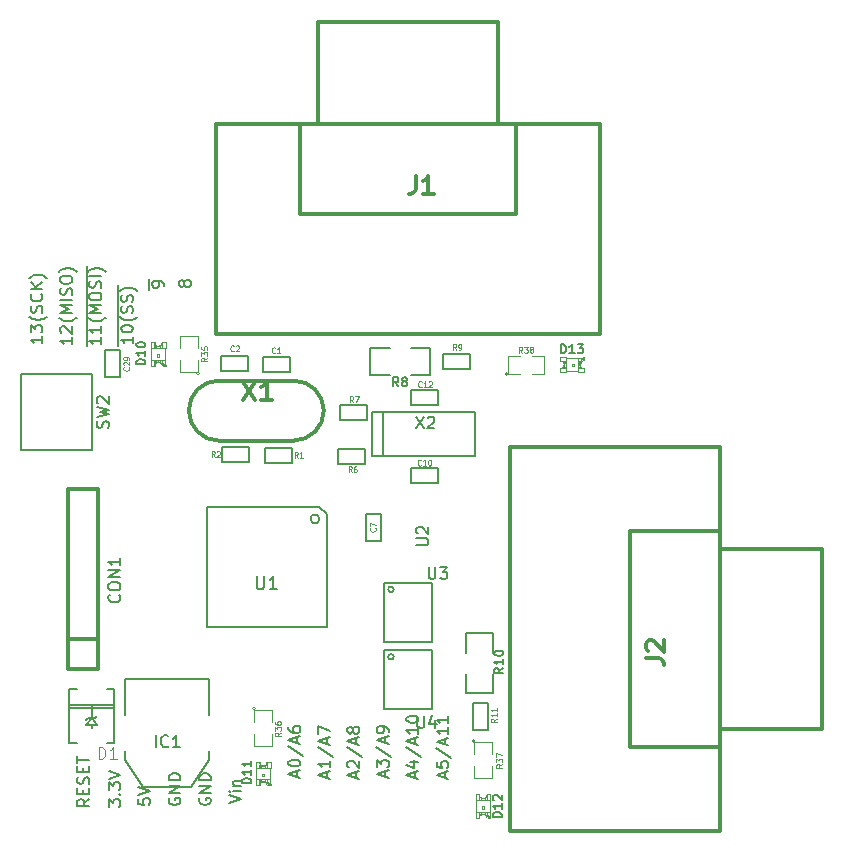
<source format=gto>
G04 (created by PCBNEW (2013-07-07 BZR 4022)-stable) date 23/05/2015 20:04:57*
%MOIN*%
G04 Gerber Fmt 3.4, Leading zero omitted, Abs format*
%FSLAX34Y34*%
G01*
G70*
G90*
G04 APERTURE LIST*
%ADD10C,0.00590551*%
%ADD11C,0.008*%
%ADD12C,0.005*%
%ADD13C,0.0039*%
%ADD14C,0.012*%
%ADD15C,0.0026*%
%ADD16C,0.004*%
%ADD17C,0.002*%
%ADD18C,0.0125*%
%ADD19C,0.0043*%
%ADD20C,0.0045*%
%ADD21C,0.0047*%
G04 APERTURE END LIST*
G54D10*
G54D11*
X55665Y-46570D02*
X55665Y-45370D01*
X55665Y-45370D02*
X52865Y-45370D01*
X52865Y-45370D02*
X52865Y-46570D01*
X55665Y-47770D02*
X55665Y-48070D01*
X55665Y-48070D02*
X55065Y-48970D01*
X55065Y-48970D02*
X53465Y-48970D01*
X53465Y-48970D02*
X52865Y-48070D01*
X52865Y-48070D02*
X52865Y-47770D01*
G54D10*
X61813Y-42370D02*
G75*
G03X61813Y-42370I-93J0D01*
G74*
G01*
X63077Y-42150D02*
X63077Y-44119D01*
X63077Y-44119D02*
X61502Y-44119D01*
X61502Y-44119D02*
X61502Y-42150D01*
X61502Y-42150D02*
X63077Y-42150D01*
X61813Y-44620D02*
G75*
G03X61813Y-44620I-93J0D01*
G74*
G01*
X63077Y-44400D02*
X63077Y-46369D01*
X63077Y-46369D02*
X61502Y-46369D01*
X61502Y-46369D02*
X61502Y-44400D01*
X61502Y-44400D02*
X63077Y-44400D01*
G54D12*
X61030Y-34335D02*
X61030Y-35235D01*
X61030Y-35235D02*
X61680Y-35235D01*
X62380Y-34335D02*
X63030Y-34335D01*
X63030Y-34335D02*
X63030Y-35235D01*
X63030Y-35235D02*
X62380Y-35235D01*
X61680Y-34335D02*
X61030Y-34335D01*
X65110Y-43830D02*
X64210Y-43830D01*
X64210Y-43830D02*
X64210Y-44480D01*
X65110Y-45180D02*
X65110Y-45830D01*
X65110Y-45830D02*
X64210Y-45830D01*
X64210Y-45830D02*
X64210Y-45180D01*
X65110Y-44480D02*
X65110Y-43830D01*
G54D13*
X65610Y-35195D02*
G75*
G03X65610Y-35195I-50J0D01*
G74*
G01*
X66010Y-35195D02*
X65610Y-35195D01*
X65610Y-35195D02*
X65610Y-34595D01*
X65610Y-34595D02*
X66010Y-34595D01*
X66410Y-34595D02*
X66810Y-34595D01*
X66810Y-34595D02*
X66810Y-35195D01*
X66810Y-35195D02*
X66410Y-35195D01*
X64530Y-47420D02*
G75*
G03X64530Y-47420I-50J0D01*
G74*
G01*
X64480Y-47870D02*
X64480Y-47470D01*
X64480Y-47470D02*
X65080Y-47470D01*
X65080Y-47470D02*
X65080Y-47870D01*
X65080Y-48270D02*
X65080Y-48670D01*
X65080Y-48670D02*
X64480Y-48670D01*
X64480Y-48670D02*
X64480Y-48270D01*
X57210Y-46340D02*
G75*
G03X57210Y-46340I-50J0D01*
G74*
G01*
X57160Y-46790D02*
X57160Y-46390D01*
X57160Y-46390D02*
X57760Y-46390D01*
X57760Y-46390D02*
X57760Y-46790D01*
X57760Y-47190D02*
X57760Y-47590D01*
X57760Y-47590D02*
X57160Y-47590D01*
X57160Y-47590D02*
X57160Y-47190D01*
X55350Y-35175D02*
G75*
G03X55350Y-35175I-50J0D01*
G74*
G01*
X55300Y-34725D02*
X55300Y-35125D01*
X55300Y-35125D02*
X54700Y-35125D01*
X54700Y-35125D02*
X54700Y-34725D01*
X54700Y-34325D02*
X54700Y-33925D01*
X54700Y-33925D02*
X55300Y-33925D01*
X55300Y-33925D02*
X55300Y-34325D01*
G54D12*
X60910Y-36725D02*
X60010Y-36725D01*
X60010Y-36725D02*
X60010Y-36225D01*
X60010Y-36225D02*
X60910Y-36225D01*
X60910Y-36225D02*
X60910Y-36725D01*
X64940Y-46150D02*
X64940Y-47050D01*
X64940Y-47050D02*
X64440Y-47050D01*
X64440Y-47050D02*
X64440Y-46150D01*
X64440Y-46150D02*
X64940Y-46150D01*
X63450Y-34535D02*
X64350Y-34535D01*
X64350Y-34535D02*
X64350Y-35035D01*
X64350Y-35035D02*
X63450Y-35035D01*
X63450Y-35035D02*
X63450Y-34535D01*
X52175Y-35300D02*
X52175Y-34400D01*
X52175Y-34400D02*
X52675Y-34400D01*
X52675Y-34400D02*
X52675Y-35300D01*
X52675Y-35300D02*
X52175Y-35300D01*
X57450Y-34625D02*
X58350Y-34625D01*
X58350Y-34625D02*
X58350Y-35125D01*
X58350Y-35125D02*
X57450Y-35125D01*
X57450Y-35125D02*
X57450Y-34625D01*
X56970Y-35100D02*
X56070Y-35100D01*
X56070Y-35100D02*
X56070Y-34600D01*
X56070Y-34600D02*
X56970Y-34600D01*
X56970Y-34600D02*
X56970Y-35100D01*
X58420Y-38160D02*
X57520Y-38160D01*
X57520Y-38160D02*
X57520Y-37660D01*
X57520Y-37660D02*
X58420Y-37660D01*
X58420Y-37660D02*
X58420Y-38160D01*
X56080Y-37640D02*
X56980Y-37640D01*
X56980Y-37640D02*
X56980Y-38140D01*
X56980Y-38140D02*
X56080Y-38140D01*
X56080Y-38140D02*
X56080Y-37640D01*
X60885Y-40750D02*
X60885Y-39850D01*
X60885Y-39850D02*
X61385Y-39850D01*
X61385Y-39850D02*
X61385Y-40750D01*
X61385Y-40750D02*
X60885Y-40750D01*
X63300Y-38840D02*
X62400Y-38840D01*
X62400Y-38840D02*
X62400Y-38340D01*
X62400Y-38340D02*
X63300Y-38340D01*
X63300Y-38340D02*
X63300Y-38840D01*
X63295Y-36220D02*
X62395Y-36220D01*
X62395Y-36220D02*
X62395Y-35720D01*
X62395Y-35720D02*
X63295Y-35720D01*
X63295Y-35720D02*
X63295Y-36220D01*
X60865Y-38180D02*
X59965Y-38180D01*
X59965Y-38180D02*
X59965Y-37680D01*
X59965Y-37680D02*
X60865Y-37680D01*
X60865Y-37680D02*
X60865Y-38180D01*
G54D10*
X61441Y-36466D02*
X61441Y-37923D01*
X61087Y-36466D02*
X64512Y-36466D01*
X64512Y-36466D02*
X64512Y-37923D01*
X64512Y-37923D02*
X61087Y-37923D01*
X61087Y-37923D02*
X61087Y-36466D01*
G54D14*
X51960Y-45010D02*
X50960Y-45010D01*
X50960Y-45010D02*
X50960Y-39010D01*
X50960Y-39010D02*
X51960Y-39010D01*
X51960Y-39010D02*
X51960Y-45010D01*
X51960Y-44010D02*
X50960Y-44010D01*
G54D11*
X59338Y-40022D02*
G75*
G03X59338Y-40022I-150J0D01*
G74*
G01*
X55588Y-43622D02*
X59588Y-43622D01*
X59588Y-43622D02*
X59588Y-39872D01*
X59588Y-39872D02*
X59338Y-39622D01*
X59338Y-39622D02*
X55588Y-39622D01*
X55588Y-39622D02*
X55588Y-43622D01*
G54D15*
X67946Y-34998D02*
X67946Y-35126D01*
X67946Y-35126D02*
X68143Y-35126D01*
X68143Y-34998D02*
X68143Y-35126D01*
X67946Y-34998D02*
X68143Y-34998D01*
X67946Y-34753D02*
X67946Y-34812D01*
X67946Y-34812D02*
X68045Y-34812D01*
X68045Y-34753D02*
X68045Y-34812D01*
X67946Y-34753D02*
X68045Y-34753D01*
X67946Y-34948D02*
X67946Y-35007D01*
X67946Y-35007D02*
X68045Y-35007D01*
X68045Y-34948D02*
X68045Y-35007D01*
X67946Y-34948D02*
X68045Y-34948D01*
X67946Y-34802D02*
X67946Y-34958D01*
X67946Y-34958D02*
X68015Y-34958D01*
X68015Y-34802D02*
X68015Y-34958D01*
X67946Y-34802D02*
X68015Y-34802D01*
X67357Y-34998D02*
X67357Y-35126D01*
X67357Y-35126D02*
X67554Y-35126D01*
X67554Y-34998D02*
X67554Y-35126D01*
X67357Y-34998D02*
X67554Y-34998D01*
X67357Y-34634D02*
X67357Y-34762D01*
X67357Y-34762D02*
X67554Y-34762D01*
X67554Y-34634D02*
X67554Y-34762D01*
X67357Y-34634D02*
X67554Y-34634D01*
X67455Y-34948D02*
X67455Y-35007D01*
X67455Y-35007D02*
X67554Y-35007D01*
X67554Y-34948D02*
X67554Y-35007D01*
X67455Y-34948D02*
X67554Y-34948D01*
X67455Y-34753D02*
X67455Y-34812D01*
X67455Y-34812D02*
X67554Y-34812D01*
X67554Y-34753D02*
X67554Y-34812D01*
X67455Y-34753D02*
X67554Y-34753D01*
X67485Y-34802D02*
X67485Y-34958D01*
X67485Y-34958D02*
X67554Y-34958D01*
X67554Y-34802D02*
X67554Y-34958D01*
X67485Y-34802D02*
X67554Y-34802D01*
X67750Y-34841D02*
X67750Y-34919D01*
X67750Y-34919D02*
X67828Y-34919D01*
X67828Y-34841D02*
X67828Y-34919D01*
X67750Y-34841D02*
X67828Y-34841D01*
X67946Y-34644D02*
X67946Y-34762D01*
X67946Y-34762D02*
X68064Y-34762D01*
X68064Y-34644D02*
X68064Y-34762D01*
X67946Y-34644D02*
X68064Y-34644D01*
X68114Y-34634D02*
X68114Y-34723D01*
X68114Y-34723D02*
X68143Y-34723D01*
X68143Y-34634D02*
X68143Y-34723D01*
X68114Y-34634D02*
X68143Y-34634D01*
G54D16*
X67956Y-35106D02*
X67544Y-35106D01*
X67554Y-34654D02*
X68114Y-34654D01*
G54D17*
X68112Y-34703D02*
G75*
G03X68112Y-34703I-28J0D01*
G74*
G01*
G54D16*
X68143Y-34743D02*
G75*
G03X68143Y-35017I0J-137D01*
G74*
G01*
X67357Y-35017D02*
G75*
G03X67357Y-34743I0J137D01*
G74*
G01*
G54D15*
X64672Y-49796D02*
X64544Y-49796D01*
X64544Y-49796D02*
X64544Y-49993D01*
X64672Y-49993D02*
X64544Y-49993D01*
X64672Y-49796D02*
X64672Y-49993D01*
X64917Y-49796D02*
X64858Y-49796D01*
X64858Y-49796D02*
X64858Y-49895D01*
X64917Y-49895D02*
X64858Y-49895D01*
X64917Y-49796D02*
X64917Y-49895D01*
X64722Y-49796D02*
X64663Y-49796D01*
X64663Y-49796D02*
X64663Y-49895D01*
X64722Y-49895D02*
X64663Y-49895D01*
X64722Y-49796D02*
X64722Y-49895D01*
X64868Y-49796D02*
X64712Y-49796D01*
X64712Y-49796D02*
X64712Y-49865D01*
X64868Y-49865D02*
X64712Y-49865D01*
X64868Y-49796D02*
X64868Y-49865D01*
X64672Y-49207D02*
X64544Y-49207D01*
X64544Y-49207D02*
X64544Y-49404D01*
X64672Y-49404D02*
X64544Y-49404D01*
X64672Y-49207D02*
X64672Y-49404D01*
X65036Y-49207D02*
X64908Y-49207D01*
X64908Y-49207D02*
X64908Y-49404D01*
X65036Y-49404D02*
X64908Y-49404D01*
X65036Y-49207D02*
X65036Y-49404D01*
X64722Y-49305D02*
X64663Y-49305D01*
X64663Y-49305D02*
X64663Y-49404D01*
X64722Y-49404D02*
X64663Y-49404D01*
X64722Y-49305D02*
X64722Y-49404D01*
X64917Y-49305D02*
X64858Y-49305D01*
X64858Y-49305D02*
X64858Y-49404D01*
X64917Y-49404D02*
X64858Y-49404D01*
X64917Y-49305D02*
X64917Y-49404D01*
X64868Y-49335D02*
X64712Y-49335D01*
X64712Y-49335D02*
X64712Y-49404D01*
X64868Y-49404D02*
X64712Y-49404D01*
X64868Y-49335D02*
X64868Y-49404D01*
X64829Y-49600D02*
X64751Y-49600D01*
X64751Y-49600D02*
X64751Y-49678D01*
X64829Y-49678D02*
X64751Y-49678D01*
X64829Y-49600D02*
X64829Y-49678D01*
X65026Y-49796D02*
X64908Y-49796D01*
X64908Y-49796D02*
X64908Y-49914D01*
X65026Y-49914D02*
X64908Y-49914D01*
X65026Y-49796D02*
X65026Y-49914D01*
X65036Y-49964D02*
X64947Y-49964D01*
X64947Y-49964D02*
X64947Y-49993D01*
X65036Y-49993D02*
X64947Y-49993D01*
X65036Y-49964D02*
X65036Y-49993D01*
G54D16*
X64564Y-49806D02*
X64564Y-49394D01*
X65016Y-49404D02*
X65016Y-49964D01*
G54D17*
X64995Y-49934D02*
G75*
G03X64995Y-49934I-28J0D01*
G74*
G01*
G54D16*
X64927Y-49993D02*
G75*
G03X64653Y-49993I-137J0D01*
G74*
G01*
X64653Y-49207D02*
G75*
G03X64927Y-49207I137J0D01*
G74*
G01*
G54D15*
X57342Y-48706D02*
X57214Y-48706D01*
X57214Y-48706D02*
X57214Y-48903D01*
X57342Y-48903D02*
X57214Y-48903D01*
X57342Y-48706D02*
X57342Y-48903D01*
X57587Y-48706D02*
X57528Y-48706D01*
X57528Y-48706D02*
X57528Y-48805D01*
X57587Y-48805D02*
X57528Y-48805D01*
X57587Y-48706D02*
X57587Y-48805D01*
X57392Y-48706D02*
X57333Y-48706D01*
X57333Y-48706D02*
X57333Y-48805D01*
X57392Y-48805D02*
X57333Y-48805D01*
X57392Y-48706D02*
X57392Y-48805D01*
X57538Y-48706D02*
X57382Y-48706D01*
X57382Y-48706D02*
X57382Y-48775D01*
X57538Y-48775D02*
X57382Y-48775D01*
X57538Y-48706D02*
X57538Y-48775D01*
X57342Y-48117D02*
X57214Y-48117D01*
X57214Y-48117D02*
X57214Y-48314D01*
X57342Y-48314D02*
X57214Y-48314D01*
X57342Y-48117D02*
X57342Y-48314D01*
X57706Y-48117D02*
X57578Y-48117D01*
X57578Y-48117D02*
X57578Y-48314D01*
X57706Y-48314D02*
X57578Y-48314D01*
X57706Y-48117D02*
X57706Y-48314D01*
X57392Y-48215D02*
X57333Y-48215D01*
X57333Y-48215D02*
X57333Y-48314D01*
X57392Y-48314D02*
X57333Y-48314D01*
X57392Y-48215D02*
X57392Y-48314D01*
X57587Y-48215D02*
X57528Y-48215D01*
X57528Y-48215D02*
X57528Y-48314D01*
X57587Y-48314D02*
X57528Y-48314D01*
X57587Y-48215D02*
X57587Y-48314D01*
X57538Y-48245D02*
X57382Y-48245D01*
X57382Y-48245D02*
X57382Y-48314D01*
X57538Y-48314D02*
X57382Y-48314D01*
X57538Y-48245D02*
X57538Y-48314D01*
X57499Y-48510D02*
X57421Y-48510D01*
X57421Y-48510D02*
X57421Y-48588D01*
X57499Y-48588D02*
X57421Y-48588D01*
X57499Y-48510D02*
X57499Y-48588D01*
X57696Y-48706D02*
X57578Y-48706D01*
X57578Y-48706D02*
X57578Y-48824D01*
X57696Y-48824D02*
X57578Y-48824D01*
X57696Y-48706D02*
X57696Y-48824D01*
X57706Y-48874D02*
X57617Y-48874D01*
X57617Y-48874D02*
X57617Y-48903D01*
X57706Y-48903D02*
X57617Y-48903D01*
X57706Y-48874D02*
X57706Y-48903D01*
G54D16*
X57234Y-48716D02*
X57234Y-48304D01*
X57686Y-48314D02*
X57686Y-48874D01*
G54D17*
X57665Y-48844D02*
G75*
G03X57665Y-48844I-28J0D01*
G74*
G01*
G54D16*
X57597Y-48903D02*
G75*
G03X57323Y-48903I-137J0D01*
G74*
G01*
X57323Y-48117D02*
G75*
G03X57597Y-48117I137J0D01*
G74*
G01*
G54D15*
X53842Y-34726D02*
X53714Y-34726D01*
X53714Y-34726D02*
X53714Y-34923D01*
X53842Y-34923D02*
X53714Y-34923D01*
X53842Y-34726D02*
X53842Y-34923D01*
X54087Y-34726D02*
X54028Y-34726D01*
X54028Y-34726D02*
X54028Y-34825D01*
X54087Y-34825D02*
X54028Y-34825D01*
X54087Y-34726D02*
X54087Y-34825D01*
X53892Y-34726D02*
X53833Y-34726D01*
X53833Y-34726D02*
X53833Y-34825D01*
X53892Y-34825D02*
X53833Y-34825D01*
X53892Y-34726D02*
X53892Y-34825D01*
X54038Y-34726D02*
X53882Y-34726D01*
X53882Y-34726D02*
X53882Y-34795D01*
X54038Y-34795D02*
X53882Y-34795D01*
X54038Y-34726D02*
X54038Y-34795D01*
X53842Y-34137D02*
X53714Y-34137D01*
X53714Y-34137D02*
X53714Y-34334D01*
X53842Y-34334D02*
X53714Y-34334D01*
X53842Y-34137D02*
X53842Y-34334D01*
X54206Y-34137D02*
X54078Y-34137D01*
X54078Y-34137D02*
X54078Y-34334D01*
X54206Y-34334D02*
X54078Y-34334D01*
X54206Y-34137D02*
X54206Y-34334D01*
X53892Y-34235D02*
X53833Y-34235D01*
X53833Y-34235D02*
X53833Y-34334D01*
X53892Y-34334D02*
X53833Y-34334D01*
X53892Y-34235D02*
X53892Y-34334D01*
X54087Y-34235D02*
X54028Y-34235D01*
X54028Y-34235D02*
X54028Y-34334D01*
X54087Y-34334D02*
X54028Y-34334D01*
X54087Y-34235D02*
X54087Y-34334D01*
X54038Y-34265D02*
X53882Y-34265D01*
X53882Y-34265D02*
X53882Y-34334D01*
X54038Y-34334D02*
X53882Y-34334D01*
X54038Y-34265D02*
X54038Y-34334D01*
X53999Y-34530D02*
X53921Y-34530D01*
X53921Y-34530D02*
X53921Y-34608D01*
X53999Y-34608D02*
X53921Y-34608D01*
X53999Y-34530D02*
X53999Y-34608D01*
X54196Y-34726D02*
X54078Y-34726D01*
X54078Y-34726D02*
X54078Y-34844D01*
X54196Y-34844D02*
X54078Y-34844D01*
X54196Y-34726D02*
X54196Y-34844D01*
X54206Y-34894D02*
X54117Y-34894D01*
X54117Y-34894D02*
X54117Y-34923D01*
X54206Y-34923D02*
X54117Y-34923D01*
X54206Y-34894D02*
X54206Y-34923D01*
G54D16*
X53734Y-34736D02*
X53734Y-34324D01*
X54186Y-34334D02*
X54186Y-34894D01*
G54D17*
X54165Y-34864D02*
G75*
G03X54165Y-34864I-28J0D01*
G74*
G01*
G54D16*
X54097Y-34923D02*
G75*
G03X53823Y-34923I-137J0D01*
G74*
G01*
X53823Y-34137D02*
G75*
G03X54097Y-34137I137J0D01*
G74*
G01*
G54D18*
X55980Y-37410D02*
X58480Y-37410D01*
X55980Y-35410D02*
X58480Y-35410D01*
X59480Y-36410D02*
G75*
G03X58480Y-35410I-1000J0D01*
G74*
G01*
X58480Y-37410D02*
G75*
G03X59480Y-36410I0J1000D01*
G74*
G01*
X55980Y-35410D02*
G75*
G03X54980Y-36410I0J-1000D01*
G74*
G01*
X54980Y-36410D02*
G75*
G03X55980Y-37410I1000J0D01*
G74*
G01*
G54D10*
X49388Y-37734D02*
X49388Y-35175D01*
X49388Y-35175D02*
X51751Y-35175D01*
X51751Y-35175D02*
X51751Y-37734D01*
X51751Y-37734D02*
X49388Y-37734D01*
G54D12*
X51745Y-46900D02*
X51745Y-46980D01*
X50995Y-47500D02*
X50995Y-45700D01*
X50995Y-45700D02*
X51245Y-45700D01*
X52495Y-46340D02*
X50995Y-46340D01*
X52495Y-46210D02*
X50995Y-46210D01*
X52245Y-47500D02*
X52495Y-47500D01*
X52495Y-47500D02*
X52495Y-45700D01*
X52495Y-45700D02*
X52245Y-45700D01*
X51245Y-47500D02*
X50995Y-47500D01*
X51745Y-46650D02*
X51558Y-46900D01*
X51558Y-46900D02*
X51745Y-46900D01*
X51745Y-46900D02*
X51932Y-46900D01*
X51932Y-46900D02*
X51745Y-46650D01*
X51745Y-46650D02*
X51620Y-46650D01*
X51620Y-46650D02*
X51558Y-46712D01*
X51745Y-46650D02*
X51870Y-46650D01*
X51870Y-46650D02*
X51932Y-46588D01*
X51745Y-46650D02*
X51745Y-46213D01*
G54D14*
X55890Y-33845D02*
X68690Y-33845D01*
X68690Y-33845D02*
X68690Y-26845D01*
X68690Y-26845D02*
X55890Y-26845D01*
X55890Y-26845D02*
X55890Y-33845D01*
X58690Y-26845D02*
X58690Y-29845D01*
X58690Y-29845D02*
X65890Y-29845D01*
X65890Y-29845D02*
X65890Y-26845D01*
X59290Y-26845D02*
X59290Y-23445D01*
X59290Y-23445D02*
X65290Y-23445D01*
X65290Y-23445D02*
X65290Y-26845D01*
X65680Y-37620D02*
X65680Y-50420D01*
X65680Y-50420D02*
X72680Y-50420D01*
X72680Y-50420D02*
X72680Y-37620D01*
X72680Y-37620D02*
X65680Y-37620D01*
X72680Y-40420D02*
X69680Y-40420D01*
X69680Y-40420D02*
X69680Y-47620D01*
X69680Y-47620D02*
X72680Y-47620D01*
X72680Y-41020D02*
X76080Y-41020D01*
X76080Y-41020D02*
X76080Y-47020D01*
X76080Y-47020D02*
X72680Y-47020D01*
G54D11*
X53874Y-47631D02*
X53874Y-47231D01*
X54293Y-47593D02*
X54274Y-47612D01*
X54217Y-47631D01*
X54179Y-47631D01*
X54122Y-47612D01*
X54084Y-47574D01*
X54065Y-47536D01*
X54045Y-47460D01*
X54045Y-47403D01*
X54065Y-47327D01*
X54084Y-47289D01*
X54122Y-47250D01*
X54179Y-47231D01*
X54217Y-47231D01*
X54274Y-47250D01*
X54293Y-47270D01*
X54674Y-47631D02*
X54445Y-47631D01*
X54560Y-47631D02*
X54560Y-47231D01*
X54522Y-47289D01*
X54484Y-47327D01*
X54445Y-47346D01*
G54D10*
X62980Y-41625D02*
X62980Y-41944D01*
X62998Y-41981D01*
X63017Y-42000D01*
X63055Y-42019D01*
X63130Y-42019D01*
X63167Y-42000D01*
X63186Y-41981D01*
X63205Y-41944D01*
X63205Y-41625D01*
X63354Y-41625D02*
X63598Y-41625D01*
X63467Y-41775D01*
X63523Y-41775D01*
X63561Y-41794D01*
X63579Y-41813D01*
X63598Y-41850D01*
X63598Y-41944D01*
X63579Y-41981D01*
X63561Y-42000D01*
X63523Y-42019D01*
X63411Y-42019D01*
X63373Y-42000D01*
X63354Y-41981D01*
X62605Y-46590D02*
X62605Y-46909D01*
X62623Y-46946D01*
X62642Y-46965D01*
X62680Y-46984D01*
X62755Y-46984D01*
X62792Y-46965D01*
X62811Y-46946D01*
X62830Y-46909D01*
X62830Y-46590D01*
X63186Y-46721D02*
X63186Y-46984D01*
X63092Y-46571D02*
X62998Y-46853D01*
X63242Y-46853D01*
G54D12*
X61970Y-35601D02*
X61870Y-35458D01*
X61798Y-35601D02*
X61798Y-35301D01*
X61912Y-35301D01*
X61941Y-35315D01*
X61955Y-35330D01*
X61970Y-35358D01*
X61970Y-35401D01*
X61955Y-35430D01*
X61941Y-35444D01*
X61912Y-35458D01*
X61798Y-35458D01*
X62141Y-35430D02*
X62112Y-35415D01*
X62098Y-35401D01*
X62084Y-35372D01*
X62084Y-35358D01*
X62098Y-35330D01*
X62112Y-35315D01*
X62141Y-35301D01*
X62198Y-35301D01*
X62227Y-35315D01*
X62241Y-35330D01*
X62255Y-35358D01*
X62255Y-35372D01*
X62241Y-35401D01*
X62227Y-35415D01*
X62198Y-35430D01*
X62141Y-35430D01*
X62112Y-35444D01*
X62098Y-35458D01*
X62084Y-35487D01*
X62084Y-35544D01*
X62098Y-35572D01*
X62112Y-35587D01*
X62141Y-35601D01*
X62198Y-35601D01*
X62227Y-35587D01*
X62241Y-35572D01*
X62255Y-35544D01*
X62255Y-35487D01*
X62241Y-35458D01*
X62227Y-35444D01*
X62198Y-35430D01*
X65461Y-44982D02*
X65318Y-45082D01*
X65461Y-45154D02*
X65161Y-45154D01*
X65161Y-45040D01*
X65175Y-45011D01*
X65190Y-44997D01*
X65218Y-44982D01*
X65261Y-44982D01*
X65290Y-44997D01*
X65304Y-45011D01*
X65318Y-45040D01*
X65318Y-45154D01*
X65461Y-44697D02*
X65461Y-44868D01*
X65461Y-44782D02*
X65161Y-44782D01*
X65204Y-44811D01*
X65232Y-44840D01*
X65247Y-44868D01*
X65161Y-44511D02*
X65161Y-44482D01*
X65175Y-44454D01*
X65190Y-44440D01*
X65218Y-44425D01*
X65275Y-44411D01*
X65347Y-44411D01*
X65404Y-44425D01*
X65432Y-44440D01*
X65447Y-44454D01*
X65461Y-44482D01*
X65461Y-44511D01*
X65447Y-44540D01*
X65432Y-44554D01*
X65404Y-44568D01*
X65347Y-44582D01*
X65275Y-44582D01*
X65218Y-44568D01*
X65190Y-44554D01*
X65175Y-44540D01*
X65161Y-44511D01*
G54D19*
X66093Y-34479D02*
X66027Y-34385D01*
X65980Y-34479D02*
X65980Y-34282D01*
X66055Y-34282D01*
X66074Y-34292D01*
X66083Y-34301D01*
X66093Y-34320D01*
X66093Y-34348D01*
X66083Y-34367D01*
X66074Y-34376D01*
X66055Y-34385D01*
X65980Y-34385D01*
X66159Y-34282D02*
X66280Y-34282D01*
X66215Y-34357D01*
X66243Y-34357D01*
X66262Y-34367D01*
X66271Y-34376D01*
X66280Y-34395D01*
X66280Y-34442D01*
X66271Y-34460D01*
X66262Y-34470D01*
X66243Y-34479D01*
X66187Y-34479D01*
X66168Y-34470D01*
X66159Y-34460D01*
X66393Y-34367D02*
X66374Y-34357D01*
X66365Y-34348D01*
X66356Y-34329D01*
X66356Y-34320D01*
X66365Y-34301D01*
X66374Y-34292D01*
X66393Y-34282D01*
X66431Y-34282D01*
X66449Y-34292D01*
X66459Y-34301D01*
X66468Y-34320D01*
X66468Y-34329D01*
X66459Y-34348D01*
X66449Y-34357D01*
X66431Y-34367D01*
X66393Y-34367D01*
X66374Y-34376D01*
X66365Y-34385D01*
X66356Y-34404D01*
X66356Y-34442D01*
X66365Y-34460D01*
X66374Y-34470D01*
X66393Y-34479D01*
X66431Y-34479D01*
X66449Y-34470D01*
X66459Y-34460D01*
X66468Y-34442D01*
X66468Y-34404D01*
X66459Y-34385D01*
X66449Y-34376D01*
X66431Y-34367D01*
X65429Y-48196D02*
X65335Y-48262D01*
X65429Y-48309D02*
X65232Y-48309D01*
X65232Y-48234D01*
X65242Y-48215D01*
X65251Y-48206D01*
X65270Y-48196D01*
X65298Y-48196D01*
X65317Y-48206D01*
X65326Y-48215D01*
X65335Y-48234D01*
X65335Y-48309D01*
X65232Y-48130D02*
X65232Y-48009D01*
X65307Y-48074D01*
X65307Y-48046D01*
X65317Y-48027D01*
X65326Y-48018D01*
X65345Y-48009D01*
X65392Y-48009D01*
X65410Y-48018D01*
X65420Y-48027D01*
X65429Y-48046D01*
X65429Y-48102D01*
X65420Y-48121D01*
X65410Y-48130D01*
X65232Y-47943D02*
X65232Y-47812D01*
X65429Y-47896D01*
X58049Y-47141D02*
X57955Y-47207D01*
X58049Y-47254D02*
X57852Y-47254D01*
X57852Y-47179D01*
X57862Y-47160D01*
X57871Y-47151D01*
X57890Y-47141D01*
X57918Y-47141D01*
X57937Y-47151D01*
X57946Y-47160D01*
X57955Y-47179D01*
X57955Y-47254D01*
X57852Y-47075D02*
X57852Y-46954D01*
X57927Y-47019D01*
X57927Y-46991D01*
X57937Y-46972D01*
X57946Y-46963D01*
X57965Y-46954D01*
X58012Y-46954D01*
X58030Y-46963D01*
X58040Y-46972D01*
X58049Y-46991D01*
X58049Y-47047D01*
X58040Y-47066D01*
X58030Y-47075D01*
X57852Y-46785D02*
X57852Y-46822D01*
X57862Y-46841D01*
X57871Y-46850D01*
X57899Y-46869D01*
X57937Y-46878D01*
X58012Y-46878D01*
X58030Y-46869D01*
X58040Y-46860D01*
X58049Y-46841D01*
X58049Y-46803D01*
X58040Y-46785D01*
X58030Y-46775D01*
X58012Y-46766D01*
X57965Y-46766D01*
X57946Y-46775D01*
X57937Y-46785D01*
X57927Y-46803D01*
X57927Y-46841D01*
X57937Y-46860D01*
X57946Y-46869D01*
X57965Y-46878D01*
X55599Y-34646D02*
X55505Y-34712D01*
X55599Y-34759D02*
X55402Y-34759D01*
X55402Y-34684D01*
X55412Y-34665D01*
X55421Y-34656D01*
X55440Y-34646D01*
X55468Y-34646D01*
X55487Y-34656D01*
X55496Y-34665D01*
X55505Y-34684D01*
X55505Y-34759D01*
X55402Y-34580D02*
X55402Y-34459D01*
X55477Y-34524D01*
X55477Y-34496D01*
X55487Y-34477D01*
X55496Y-34468D01*
X55515Y-34459D01*
X55562Y-34459D01*
X55580Y-34468D01*
X55590Y-34477D01*
X55599Y-34496D01*
X55599Y-34552D01*
X55590Y-34571D01*
X55580Y-34580D01*
X55402Y-34280D02*
X55402Y-34374D01*
X55496Y-34383D01*
X55487Y-34374D01*
X55477Y-34355D01*
X55477Y-34308D01*
X55487Y-34290D01*
X55496Y-34280D01*
X55515Y-34271D01*
X55562Y-34271D01*
X55580Y-34280D01*
X55590Y-34290D01*
X55599Y-34308D01*
X55599Y-34355D01*
X55590Y-34374D01*
X55580Y-34383D01*
G54D20*
X60460Y-36140D02*
X60400Y-36045D01*
X60357Y-36140D02*
X60357Y-35940D01*
X60425Y-35940D01*
X60442Y-35950D01*
X60451Y-35960D01*
X60460Y-35979D01*
X60460Y-36007D01*
X60451Y-36026D01*
X60442Y-36036D01*
X60425Y-36045D01*
X60357Y-36045D01*
X60520Y-35940D02*
X60640Y-35940D01*
X60562Y-36140D01*
X65240Y-46675D02*
X65145Y-46735D01*
X65240Y-46778D02*
X65040Y-46778D01*
X65040Y-46710D01*
X65050Y-46692D01*
X65060Y-46684D01*
X65079Y-46675D01*
X65107Y-46675D01*
X65126Y-46684D01*
X65136Y-46692D01*
X65145Y-46710D01*
X65145Y-46778D01*
X65240Y-46504D02*
X65240Y-46607D01*
X65240Y-46555D02*
X65040Y-46555D01*
X65069Y-46572D01*
X65088Y-46590D01*
X65098Y-46607D01*
X65240Y-46332D02*
X65240Y-46435D01*
X65240Y-46384D02*
X65040Y-46384D01*
X65069Y-46401D01*
X65088Y-46418D01*
X65098Y-46435D01*
X63900Y-34390D02*
X63840Y-34295D01*
X63797Y-34390D02*
X63797Y-34190D01*
X63865Y-34190D01*
X63882Y-34200D01*
X63891Y-34210D01*
X63900Y-34229D01*
X63900Y-34257D01*
X63891Y-34276D01*
X63882Y-34286D01*
X63865Y-34295D01*
X63797Y-34295D01*
X63985Y-34390D02*
X64020Y-34390D01*
X64037Y-34381D01*
X64045Y-34371D01*
X64062Y-34343D01*
X64071Y-34305D01*
X64071Y-34229D01*
X64062Y-34210D01*
X64054Y-34200D01*
X64037Y-34190D01*
X64002Y-34190D01*
X63985Y-34200D01*
X63977Y-34210D01*
X63968Y-34229D01*
X63968Y-34276D01*
X63977Y-34295D01*
X63985Y-34305D01*
X64002Y-34314D01*
X64037Y-34314D01*
X64054Y-34305D01*
X64062Y-34295D01*
X64071Y-34276D01*
X52981Y-34965D02*
X52991Y-34974D01*
X53000Y-35000D01*
X53000Y-35017D01*
X52991Y-35042D01*
X52972Y-35060D01*
X52953Y-35068D01*
X52915Y-35077D01*
X52886Y-35077D01*
X52848Y-35068D01*
X52829Y-35060D01*
X52810Y-35042D01*
X52800Y-35017D01*
X52800Y-35000D01*
X52810Y-34974D01*
X52820Y-34965D01*
X52820Y-34897D02*
X52810Y-34888D01*
X52800Y-34871D01*
X52800Y-34828D01*
X52810Y-34811D01*
X52820Y-34802D01*
X52839Y-34794D01*
X52858Y-34794D01*
X52886Y-34802D01*
X53000Y-34905D01*
X53000Y-34794D01*
X53000Y-34708D02*
X53000Y-34674D01*
X52991Y-34657D01*
X52981Y-34648D01*
X52953Y-34631D01*
X52915Y-34622D01*
X52839Y-34622D01*
X52820Y-34631D01*
X52810Y-34640D01*
X52800Y-34657D01*
X52800Y-34691D01*
X52810Y-34708D01*
X52820Y-34717D01*
X52839Y-34725D01*
X52886Y-34725D01*
X52905Y-34717D01*
X52915Y-34708D01*
X52924Y-34691D01*
X52924Y-34657D01*
X52915Y-34640D01*
X52905Y-34631D01*
X52886Y-34622D01*
X57860Y-34481D02*
X57851Y-34491D01*
X57825Y-34500D01*
X57808Y-34500D01*
X57782Y-34491D01*
X57765Y-34472D01*
X57757Y-34453D01*
X57748Y-34415D01*
X57748Y-34386D01*
X57757Y-34348D01*
X57765Y-34329D01*
X57782Y-34310D01*
X57808Y-34300D01*
X57825Y-34300D01*
X57851Y-34310D01*
X57860Y-34320D01*
X58031Y-34500D02*
X57928Y-34500D01*
X57980Y-34500D02*
X57980Y-34300D01*
X57962Y-34329D01*
X57945Y-34348D01*
X57928Y-34358D01*
X56480Y-34421D02*
X56471Y-34431D01*
X56445Y-34440D01*
X56428Y-34440D01*
X56402Y-34431D01*
X56385Y-34412D01*
X56377Y-34393D01*
X56368Y-34355D01*
X56368Y-34326D01*
X56377Y-34288D01*
X56385Y-34269D01*
X56402Y-34250D01*
X56428Y-34240D01*
X56445Y-34240D01*
X56471Y-34250D01*
X56480Y-34260D01*
X56548Y-34260D02*
X56557Y-34250D01*
X56574Y-34240D01*
X56617Y-34240D01*
X56634Y-34250D01*
X56642Y-34260D01*
X56651Y-34279D01*
X56651Y-34298D01*
X56642Y-34326D01*
X56540Y-34440D01*
X56651Y-34440D01*
X58610Y-37980D02*
X58550Y-37885D01*
X58507Y-37980D02*
X58507Y-37780D01*
X58575Y-37780D01*
X58592Y-37790D01*
X58601Y-37800D01*
X58610Y-37819D01*
X58610Y-37847D01*
X58601Y-37866D01*
X58592Y-37876D01*
X58575Y-37885D01*
X58507Y-37885D01*
X58781Y-37980D02*
X58678Y-37980D01*
X58730Y-37980D02*
X58730Y-37780D01*
X58712Y-37809D01*
X58695Y-37828D01*
X58678Y-37838D01*
X55845Y-37955D02*
X55785Y-37860D01*
X55742Y-37955D02*
X55742Y-37755D01*
X55810Y-37755D01*
X55827Y-37765D01*
X55836Y-37775D01*
X55845Y-37794D01*
X55845Y-37822D01*
X55836Y-37841D01*
X55827Y-37851D01*
X55810Y-37860D01*
X55742Y-37860D01*
X55913Y-37775D02*
X55922Y-37765D01*
X55939Y-37755D01*
X55982Y-37755D01*
X55999Y-37765D01*
X56007Y-37775D01*
X56016Y-37794D01*
X56016Y-37813D01*
X56007Y-37841D01*
X55905Y-37955D01*
X56016Y-37955D01*
X61196Y-40330D02*
X61206Y-40338D01*
X61215Y-40364D01*
X61215Y-40381D01*
X61206Y-40407D01*
X61187Y-40424D01*
X61168Y-40432D01*
X61130Y-40441D01*
X61101Y-40441D01*
X61063Y-40432D01*
X61044Y-40424D01*
X61025Y-40407D01*
X61015Y-40381D01*
X61015Y-40364D01*
X61025Y-40338D01*
X61035Y-40330D01*
X61015Y-40270D02*
X61015Y-40150D01*
X61215Y-40227D01*
X62719Y-38226D02*
X62710Y-38236D01*
X62685Y-38245D01*
X62667Y-38245D01*
X62642Y-38236D01*
X62625Y-38217D01*
X62616Y-38198D01*
X62607Y-38160D01*
X62607Y-38131D01*
X62616Y-38093D01*
X62625Y-38074D01*
X62642Y-38055D01*
X62667Y-38045D01*
X62685Y-38045D01*
X62710Y-38055D01*
X62719Y-38065D01*
X62890Y-38245D02*
X62787Y-38245D01*
X62839Y-38245D02*
X62839Y-38045D01*
X62822Y-38074D01*
X62805Y-38093D01*
X62787Y-38103D01*
X63002Y-38045D02*
X63019Y-38045D01*
X63036Y-38055D01*
X63045Y-38065D01*
X63053Y-38084D01*
X63062Y-38122D01*
X63062Y-38169D01*
X63053Y-38207D01*
X63045Y-38226D01*
X63036Y-38236D01*
X63019Y-38245D01*
X63002Y-38245D01*
X62985Y-38236D01*
X62976Y-38226D01*
X62967Y-38207D01*
X62959Y-38169D01*
X62959Y-38122D01*
X62967Y-38084D01*
X62976Y-38065D01*
X62985Y-38055D01*
X63002Y-38045D01*
X62739Y-35611D02*
X62730Y-35621D01*
X62705Y-35630D01*
X62687Y-35630D01*
X62662Y-35621D01*
X62645Y-35602D01*
X62636Y-35583D01*
X62627Y-35545D01*
X62627Y-35516D01*
X62636Y-35478D01*
X62645Y-35459D01*
X62662Y-35440D01*
X62687Y-35430D01*
X62705Y-35430D01*
X62730Y-35440D01*
X62739Y-35450D01*
X62910Y-35630D02*
X62807Y-35630D01*
X62859Y-35630D02*
X62859Y-35430D01*
X62842Y-35459D01*
X62825Y-35478D01*
X62807Y-35488D01*
X62979Y-35450D02*
X62987Y-35440D01*
X63005Y-35430D01*
X63047Y-35430D01*
X63065Y-35440D01*
X63073Y-35450D01*
X63082Y-35469D01*
X63082Y-35488D01*
X63073Y-35516D01*
X62970Y-35630D01*
X63082Y-35630D01*
X60410Y-38465D02*
X60350Y-38370D01*
X60307Y-38465D02*
X60307Y-38265D01*
X60375Y-38265D01*
X60392Y-38275D01*
X60401Y-38285D01*
X60410Y-38304D01*
X60410Y-38332D01*
X60401Y-38351D01*
X60392Y-38361D01*
X60375Y-38370D01*
X60307Y-38370D01*
X60564Y-38265D02*
X60530Y-38265D01*
X60512Y-38275D01*
X60504Y-38285D01*
X60487Y-38313D01*
X60478Y-38351D01*
X60478Y-38427D01*
X60487Y-38446D01*
X60495Y-38456D01*
X60512Y-38465D01*
X60547Y-38465D01*
X60564Y-38456D01*
X60572Y-38446D01*
X60581Y-38427D01*
X60581Y-38380D01*
X60572Y-38361D01*
X60564Y-38351D01*
X60547Y-38342D01*
X60512Y-38342D01*
X60495Y-38351D01*
X60487Y-38361D01*
X60478Y-38380D01*
G54D10*
X62546Y-36610D02*
X62808Y-37004D01*
X62808Y-36610D02*
X62546Y-37004D01*
X62939Y-36648D02*
X62958Y-36629D01*
X62996Y-36610D01*
X63089Y-36610D01*
X63127Y-36629D01*
X63146Y-36648D01*
X63164Y-36685D01*
X63164Y-36723D01*
X63146Y-36779D01*
X62921Y-37004D01*
X63164Y-37004D01*
G54D11*
X52663Y-42555D02*
X52682Y-42574D01*
X52701Y-42631D01*
X52701Y-42670D01*
X52682Y-42727D01*
X52644Y-42765D01*
X52606Y-42784D01*
X52530Y-42803D01*
X52473Y-42803D01*
X52397Y-42784D01*
X52359Y-42765D01*
X52320Y-42727D01*
X52301Y-42670D01*
X52301Y-42631D01*
X52320Y-42574D01*
X52340Y-42555D01*
X52301Y-42308D02*
X52301Y-42231D01*
X52320Y-42193D01*
X52359Y-42155D01*
X52435Y-42136D01*
X52568Y-42136D01*
X52644Y-42155D01*
X52682Y-42193D01*
X52701Y-42231D01*
X52701Y-42308D01*
X52682Y-42346D01*
X52644Y-42384D01*
X52568Y-42403D01*
X52435Y-42403D01*
X52359Y-42384D01*
X52320Y-42346D01*
X52301Y-42308D01*
X52701Y-41965D02*
X52301Y-41965D01*
X52701Y-41736D01*
X52301Y-41736D01*
X52701Y-41336D02*
X52701Y-41565D01*
X52701Y-41450D02*
X52301Y-41450D01*
X52359Y-41489D01*
X52397Y-41527D01*
X52416Y-41565D01*
G54D12*
X57240Y-41932D02*
X57240Y-42282D01*
X57260Y-42324D01*
X57281Y-42344D01*
X57322Y-42365D01*
X57405Y-42365D01*
X57446Y-42344D01*
X57466Y-42324D01*
X57487Y-42282D01*
X57487Y-41932D01*
X57920Y-42365D02*
X57673Y-42365D01*
X57796Y-42365D02*
X57796Y-41932D01*
X57755Y-41994D01*
X57714Y-42035D01*
X57673Y-42055D01*
X67385Y-34501D02*
X67385Y-34201D01*
X67457Y-34201D01*
X67500Y-34215D01*
X67528Y-34244D01*
X67542Y-34272D01*
X67557Y-34330D01*
X67557Y-34372D01*
X67542Y-34430D01*
X67528Y-34458D01*
X67500Y-34487D01*
X67457Y-34501D01*
X67385Y-34501D01*
X67842Y-34501D02*
X67671Y-34501D01*
X67757Y-34501D02*
X67757Y-34201D01*
X67728Y-34244D01*
X67700Y-34272D01*
X67671Y-34287D01*
X67942Y-34201D02*
X68128Y-34201D01*
X68028Y-34315D01*
X68071Y-34315D01*
X68100Y-34330D01*
X68114Y-34344D01*
X68128Y-34372D01*
X68128Y-34444D01*
X68114Y-34472D01*
X68100Y-34487D01*
X68071Y-34501D01*
X67985Y-34501D01*
X67957Y-34487D01*
X67942Y-34472D01*
X65411Y-49964D02*
X65111Y-49964D01*
X65111Y-49892D01*
X65125Y-49850D01*
X65154Y-49821D01*
X65182Y-49807D01*
X65240Y-49792D01*
X65282Y-49792D01*
X65340Y-49807D01*
X65368Y-49821D01*
X65397Y-49850D01*
X65411Y-49892D01*
X65411Y-49964D01*
X65411Y-49507D02*
X65411Y-49678D01*
X65411Y-49592D02*
X65111Y-49592D01*
X65154Y-49621D01*
X65182Y-49650D01*
X65197Y-49678D01*
X65140Y-49392D02*
X65125Y-49378D01*
X65111Y-49350D01*
X65111Y-49278D01*
X65125Y-49250D01*
X65140Y-49235D01*
X65168Y-49221D01*
X65197Y-49221D01*
X65240Y-49235D01*
X65411Y-49407D01*
X65411Y-49221D01*
X57056Y-48834D02*
X56756Y-48834D01*
X56756Y-48762D01*
X56770Y-48720D01*
X56799Y-48691D01*
X56827Y-48677D01*
X56885Y-48662D01*
X56927Y-48662D01*
X56985Y-48677D01*
X57013Y-48691D01*
X57042Y-48720D01*
X57056Y-48762D01*
X57056Y-48834D01*
X57056Y-48377D02*
X57056Y-48548D01*
X57056Y-48462D02*
X56756Y-48462D01*
X56799Y-48491D01*
X56827Y-48520D01*
X56842Y-48548D01*
X57056Y-48091D02*
X57056Y-48262D01*
X57056Y-48177D02*
X56756Y-48177D01*
X56799Y-48205D01*
X56827Y-48234D01*
X56842Y-48262D01*
X53531Y-34874D02*
X53231Y-34874D01*
X53231Y-34802D01*
X53245Y-34760D01*
X53274Y-34731D01*
X53302Y-34717D01*
X53360Y-34702D01*
X53402Y-34702D01*
X53460Y-34717D01*
X53488Y-34731D01*
X53517Y-34760D01*
X53531Y-34802D01*
X53531Y-34874D01*
X53531Y-34417D02*
X53531Y-34588D01*
X53531Y-34502D02*
X53231Y-34502D01*
X53274Y-34531D01*
X53302Y-34560D01*
X53317Y-34588D01*
X53231Y-34231D02*
X53231Y-34202D01*
X53245Y-34174D01*
X53260Y-34160D01*
X53288Y-34145D01*
X53345Y-34131D01*
X53417Y-34131D01*
X53474Y-34145D01*
X53502Y-34160D01*
X53517Y-34174D01*
X53531Y-34202D01*
X53531Y-34231D01*
X53517Y-34260D01*
X53502Y-34274D01*
X53474Y-34288D01*
X53417Y-34302D01*
X53345Y-34302D01*
X53288Y-34288D01*
X53260Y-34274D01*
X53245Y-34260D01*
X53231Y-34231D01*
G54D14*
X56804Y-35442D02*
X57204Y-36042D01*
X57204Y-35442D02*
X56804Y-36042D01*
X57747Y-36042D02*
X57404Y-36042D01*
X57575Y-36042D02*
X57575Y-35442D01*
X57518Y-35528D01*
X57461Y-35585D01*
X57404Y-35614D01*
G54D10*
X52290Y-36984D02*
X52309Y-36928D01*
X52309Y-36834D01*
X52290Y-36797D01*
X52271Y-36778D01*
X52234Y-36759D01*
X52196Y-36759D01*
X52159Y-36778D01*
X52140Y-36797D01*
X52121Y-36834D01*
X52103Y-36909D01*
X52084Y-36947D01*
X52065Y-36966D01*
X52028Y-36984D01*
X51990Y-36984D01*
X51953Y-36966D01*
X51934Y-36947D01*
X51915Y-36909D01*
X51915Y-36816D01*
X51934Y-36759D01*
X51915Y-36628D02*
X52309Y-36534D01*
X52028Y-36459D01*
X52309Y-36385D01*
X51915Y-36291D01*
X51953Y-36160D02*
X51934Y-36141D01*
X51915Y-36103D01*
X51915Y-36010D01*
X51934Y-35972D01*
X51953Y-35953D01*
X51990Y-35935D01*
X52028Y-35935D01*
X52084Y-35953D01*
X52309Y-36178D01*
X52309Y-35935D01*
G54D21*
X51979Y-48019D02*
X51979Y-47625D01*
X52073Y-47625D01*
X52129Y-47644D01*
X52166Y-47681D01*
X52185Y-47719D01*
X52204Y-47794D01*
X52204Y-47850D01*
X52185Y-47925D01*
X52166Y-47963D01*
X52129Y-48000D01*
X52073Y-48019D01*
X51979Y-48019D01*
X52579Y-48019D02*
X52354Y-48019D01*
X52467Y-48019D02*
X52467Y-47625D01*
X52429Y-47681D01*
X52391Y-47719D01*
X52354Y-47738D01*
G54D14*
X62540Y-28587D02*
X62540Y-29016D01*
X62511Y-29102D01*
X62454Y-29159D01*
X62368Y-29187D01*
X62311Y-29187D01*
X63140Y-29187D02*
X62797Y-29187D01*
X62968Y-29187D02*
X62968Y-28587D01*
X62911Y-28673D01*
X62854Y-28730D01*
X62797Y-28759D01*
X70222Y-44670D02*
X70651Y-44670D01*
X70737Y-44698D01*
X70794Y-44755D01*
X70822Y-44841D01*
X70822Y-44898D01*
X70280Y-44412D02*
X70251Y-44384D01*
X70222Y-44327D01*
X70222Y-44184D01*
X70251Y-44127D01*
X70280Y-44098D01*
X70337Y-44070D01*
X70394Y-44070D01*
X70480Y-44098D01*
X70822Y-44441D01*
X70822Y-44070D01*
G54D10*
X62570Y-40894D02*
X62889Y-40894D01*
X62926Y-40876D01*
X62945Y-40857D01*
X62964Y-40819D01*
X62964Y-40744D01*
X62945Y-40707D01*
X62926Y-40688D01*
X62889Y-40669D01*
X62570Y-40669D01*
X62608Y-40501D02*
X62589Y-40482D01*
X62570Y-40445D01*
X62570Y-40351D01*
X62589Y-40313D01*
X62608Y-40295D01*
X62645Y-40276D01*
X62683Y-40276D01*
X62739Y-40295D01*
X62964Y-40520D01*
X62964Y-40276D01*
X63521Y-48661D02*
X63521Y-48473D01*
X63634Y-48698D02*
X63240Y-48567D01*
X63634Y-48436D01*
X63240Y-48117D02*
X63240Y-48304D01*
X63428Y-48323D01*
X63409Y-48304D01*
X63390Y-48267D01*
X63390Y-48173D01*
X63409Y-48136D01*
X63428Y-48117D01*
X63465Y-48098D01*
X63559Y-48098D01*
X63596Y-48117D01*
X63615Y-48136D01*
X63634Y-48173D01*
X63634Y-48267D01*
X63615Y-48304D01*
X63596Y-48323D01*
X63221Y-47648D02*
X63728Y-47986D01*
X63521Y-47536D02*
X63521Y-47348D01*
X63634Y-47573D02*
X63240Y-47442D01*
X63634Y-47311D01*
X63634Y-46973D02*
X63634Y-47198D01*
X63634Y-47086D02*
X63240Y-47086D01*
X63296Y-47123D01*
X63334Y-47161D01*
X63353Y-47198D01*
X63634Y-46598D02*
X63634Y-46823D01*
X63634Y-46711D02*
X63240Y-46711D01*
X63296Y-46748D01*
X63334Y-46786D01*
X63353Y-46823D01*
X62516Y-48646D02*
X62516Y-48458D01*
X62629Y-48683D02*
X62235Y-48552D01*
X62629Y-48421D01*
X62366Y-48121D02*
X62629Y-48121D01*
X62216Y-48214D02*
X62498Y-48308D01*
X62498Y-48064D01*
X62216Y-47633D02*
X62723Y-47971D01*
X62516Y-47521D02*
X62516Y-47333D01*
X62629Y-47558D02*
X62235Y-47427D01*
X62629Y-47296D01*
X62629Y-46958D02*
X62629Y-47183D01*
X62629Y-47071D02*
X62235Y-47071D01*
X62291Y-47108D01*
X62329Y-47146D01*
X62348Y-47183D01*
X62235Y-46715D02*
X62235Y-46677D01*
X62254Y-46640D01*
X62273Y-46621D01*
X62310Y-46602D01*
X62385Y-46583D01*
X62479Y-46583D01*
X62554Y-46602D01*
X62591Y-46621D01*
X62610Y-46640D01*
X62629Y-46677D01*
X62629Y-46715D01*
X62610Y-46752D01*
X62591Y-46771D01*
X62554Y-46790D01*
X62479Y-46808D01*
X62385Y-46808D01*
X62310Y-46790D01*
X62273Y-46771D01*
X62254Y-46752D01*
X62235Y-46715D01*
X61526Y-48623D02*
X61526Y-48436D01*
X61639Y-48661D02*
X61245Y-48529D01*
X61639Y-48398D01*
X61245Y-48304D02*
X61245Y-48061D01*
X61395Y-48192D01*
X61395Y-48136D01*
X61414Y-48098D01*
X61433Y-48079D01*
X61470Y-48061D01*
X61564Y-48061D01*
X61601Y-48079D01*
X61620Y-48098D01*
X61639Y-48136D01*
X61639Y-48248D01*
X61620Y-48286D01*
X61601Y-48304D01*
X61226Y-47611D02*
X61733Y-47948D01*
X61526Y-47498D02*
X61526Y-47311D01*
X61639Y-47536D02*
X61245Y-47405D01*
X61639Y-47273D01*
X61639Y-47123D02*
X61639Y-47048D01*
X61620Y-47011D01*
X61601Y-46992D01*
X61545Y-46955D01*
X61470Y-46936D01*
X61320Y-46936D01*
X61283Y-46955D01*
X61264Y-46973D01*
X61245Y-47011D01*
X61245Y-47086D01*
X61264Y-47123D01*
X61283Y-47142D01*
X61320Y-47161D01*
X61414Y-47161D01*
X61451Y-47142D01*
X61470Y-47123D01*
X61489Y-47086D01*
X61489Y-47011D01*
X61470Y-46973D01*
X61451Y-46955D01*
X61414Y-46936D01*
X60551Y-48638D02*
X60551Y-48451D01*
X60664Y-48676D02*
X60270Y-48544D01*
X60664Y-48413D01*
X60308Y-48301D02*
X60289Y-48282D01*
X60270Y-48244D01*
X60270Y-48151D01*
X60289Y-48113D01*
X60308Y-48094D01*
X60345Y-48076D01*
X60383Y-48076D01*
X60439Y-48094D01*
X60664Y-48319D01*
X60664Y-48076D01*
X60251Y-47626D02*
X60758Y-47963D01*
X60551Y-47513D02*
X60551Y-47326D01*
X60664Y-47551D02*
X60270Y-47420D01*
X60664Y-47288D01*
X60439Y-47101D02*
X60420Y-47138D01*
X60401Y-47157D01*
X60364Y-47176D01*
X60345Y-47176D01*
X60308Y-47157D01*
X60289Y-47138D01*
X60270Y-47101D01*
X60270Y-47026D01*
X60289Y-46988D01*
X60308Y-46970D01*
X60345Y-46951D01*
X60364Y-46951D01*
X60401Y-46970D01*
X60420Y-46988D01*
X60439Y-47026D01*
X60439Y-47101D01*
X60458Y-47138D01*
X60476Y-47157D01*
X60514Y-47176D01*
X60589Y-47176D01*
X60626Y-47157D01*
X60645Y-47138D01*
X60664Y-47101D01*
X60664Y-47026D01*
X60645Y-46988D01*
X60626Y-46970D01*
X60589Y-46951D01*
X60514Y-46951D01*
X60476Y-46970D01*
X60458Y-46988D01*
X60439Y-47026D01*
X59576Y-48638D02*
X59576Y-48451D01*
X59689Y-48676D02*
X59295Y-48544D01*
X59689Y-48413D01*
X59689Y-48076D02*
X59689Y-48301D01*
X59689Y-48188D02*
X59295Y-48188D01*
X59351Y-48226D01*
X59389Y-48263D01*
X59408Y-48301D01*
X59276Y-47626D02*
X59783Y-47963D01*
X59576Y-47513D02*
X59576Y-47326D01*
X59689Y-47551D02*
X59295Y-47420D01*
X59689Y-47288D01*
X59295Y-47195D02*
X59295Y-46932D01*
X59689Y-47101D01*
X58586Y-48608D02*
X58586Y-48421D01*
X58699Y-48646D02*
X58305Y-48514D01*
X58699Y-48383D01*
X58305Y-48177D02*
X58305Y-48139D01*
X58324Y-48102D01*
X58343Y-48083D01*
X58380Y-48064D01*
X58455Y-48046D01*
X58549Y-48046D01*
X58624Y-48064D01*
X58661Y-48083D01*
X58680Y-48102D01*
X58699Y-48139D01*
X58699Y-48177D01*
X58680Y-48214D01*
X58661Y-48233D01*
X58624Y-48252D01*
X58549Y-48271D01*
X58455Y-48271D01*
X58380Y-48252D01*
X58343Y-48233D01*
X58324Y-48214D01*
X58305Y-48177D01*
X58286Y-47596D02*
X58793Y-47933D01*
X58586Y-47483D02*
X58586Y-47296D01*
X58699Y-47521D02*
X58305Y-47390D01*
X58699Y-47258D01*
X58305Y-46958D02*
X58305Y-47033D01*
X58324Y-47071D01*
X58343Y-47090D01*
X58399Y-47127D01*
X58474Y-47146D01*
X58624Y-47146D01*
X58661Y-47127D01*
X58680Y-47108D01*
X58699Y-47071D01*
X58699Y-46996D01*
X58680Y-46958D01*
X58661Y-46940D01*
X58624Y-46921D01*
X58530Y-46921D01*
X58493Y-46940D01*
X58474Y-46958D01*
X58455Y-46996D01*
X58455Y-47071D01*
X58474Y-47108D01*
X58493Y-47127D01*
X58530Y-47146D01*
X56332Y-49498D02*
X56726Y-49366D01*
X56332Y-49235D01*
X56726Y-49104D02*
X56463Y-49104D01*
X56332Y-49104D02*
X56351Y-49123D01*
X56370Y-49104D01*
X56351Y-49085D01*
X56332Y-49104D01*
X56370Y-49104D01*
X56463Y-48916D02*
X56726Y-48916D01*
X56501Y-48916D02*
X56482Y-48898D01*
X56463Y-48860D01*
X56463Y-48804D01*
X56482Y-48766D01*
X56520Y-48748D01*
X56726Y-48748D01*
X55339Y-49328D02*
X55320Y-49366D01*
X55320Y-49422D01*
X55339Y-49478D01*
X55376Y-49516D01*
X55414Y-49535D01*
X55489Y-49553D01*
X55545Y-49553D01*
X55620Y-49535D01*
X55658Y-49516D01*
X55695Y-49478D01*
X55714Y-49422D01*
X55714Y-49385D01*
X55695Y-49328D01*
X55676Y-49310D01*
X55545Y-49310D01*
X55545Y-49385D01*
X55714Y-49141D02*
X55320Y-49141D01*
X55714Y-48916D01*
X55320Y-48916D01*
X55714Y-48729D02*
X55320Y-48729D01*
X55320Y-48635D01*
X55339Y-48579D01*
X55376Y-48541D01*
X55414Y-48522D01*
X55489Y-48504D01*
X55545Y-48504D01*
X55620Y-48522D01*
X55658Y-48541D01*
X55695Y-48579D01*
X55714Y-48635D01*
X55714Y-48729D01*
X54327Y-49328D02*
X54308Y-49366D01*
X54308Y-49422D01*
X54327Y-49478D01*
X54364Y-49516D01*
X54402Y-49535D01*
X54477Y-49553D01*
X54533Y-49553D01*
X54608Y-49535D01*
X54646Y-49516D01*
X54683Y-49478D01*
X54702Y-49422D01*
X54702Y-49385D01*
X54683Y-49328D01*
X54664Y-49310D01*
X54533Y-49310D01*
X54533Y-49385D01*
X54702Y-49141D02*
X54308Y-49141D01*
X54702Y-48916D01*
X54308Y-48916D01*
X54702Y-48729D02*
X54308Y-48729D01*
X54308Y-48635D01*
X54327Y-48579D01*
X54364Y-48541D01*
X54402Y-48522D01*
X54477Y-48504D01*
X54533Y-48504D01*
X54608Y-48522D01*
X54646Y-48541D01*
X54683Y-48579D01*
X54702Y-48635D01*
X54702Y-48729D01*
X53296Y-49345D02*
X53296Y-49533D01*
X53484Y-49552D01*
X53465Y-49533D01*
X53446Y-49495D01*
X53446Y-49402D01*
X53465Y-49364D01*
X53484Y-49345D01*
X53521Y-49327D01*
X53615Y-49327D01*
X53652Y-49345D01*
X53671Y-49364D01*
X53690Y-49402D01*
X53690Y-49495D01*
X53671Y-49533D01*
X53652Y-49552D01*
X53296Y-49214D02*
X53690Y-49083D01*
X53296Y-48952D01*
X52306Y-49610D02*
X52306Y-49366D01*
X52456Y-49497D01*
X52456Y-49441D01*
X52475Y-49403D01*
X52494Y-49385D01*
X52531Y-49366D01*
X52625Y-49366D01*
X52662Y-49385D01*
X52681Y-49403D01*
X52700Y-49441D01*
X52700Y-49553D01*
X52681Y-49591D01*
X52662Y-49610D01*
X52662Y-49197D02*
X52681Y-49178D01*
X52700Y-49197D01*
X52681Y-49216D01*
X52662Y-49197D01*
X52700Y-49197D01*
X52306Y-49047D02*
X52306Y-48804D01*
X52456Y-48935D01*
X52456Y-48879D01*
X52475Y-48841D01*
X52494Y-48822D01*
X52531Y-48804D01*
X52625Y-48804D01*
X52662Y-48822D01*
X52681Y-48841D01*
X52700Y-48879D01*
X52700Y-48991D01*
X52681Y-49029D01*
X52662Y-49047D01*
X52306Y-48691D02*
X52700Y-48560D01*
X52306Y-48429D01*
X51666Y-49358D02*
X51478Y-49490D01*
X51666Y-49583D02*
X51272Y-49583D01*
X51272Y-49433D01*
X51291Y-49396D01*
X51310Y-49377D01*
X51347Y-49358D01*
X51403Y-49358D01*
X51441Y-49377D01*
X51460Y-49396D01*
X51478Y-49433D01*
X51478Y-49583D01*
X51460Y-49190D02*
X51460Y-49058D01*
X51666Y-49002D02*
X51666Y-49190D01*
X51272Y-49190D01*
X51272Y-49002D01*
X51647Y-48852D02*
X51666Y-48796D01*
X51666Y-48702D01*
X51647Y-48665D01*
X51628Y-48646D01*
X51591Y-48627D01*
X51553Y-48627D01*
X51516Y-48646D01*
X51497Y-48665D01*
X51478Y-48702D01*
X51460Y-48777D01*
X51441Y-48815D01*
X51422Y-48833D01*
X51385Y-48852D01*
X51347Y-48852D01*
X51310Y-48833D01*
X51291Y-48815D01*
X51272Y-48777D01*
X51272Y-48683D01*
X51291Y-48627D01*
X51460Y-48458D02*
X51460Y-48327D01*
X51666Y-48271D02*
X51666Y-48458D01*
X51272Y-48458D01*
X51272Y-48271D01*
X51272Y-48158D02*
X51272Y-47933D01*
X51666Y-48046D02*
X51272Y-48046D01*
X54829Y-32214D02*
X54810Y-32251D01*
X54791Y-32270D01*
X54754Y-32289D01*
X54735Y-32289D01*
X54698Y-32270D01*
X54679Y-32251D01*
X54660Y-32214D01*
X54660Y-32139D01*
X54679Y-32102D01*
X54698Y-32083D01*
X54735Y-32064D01*
X54754Y-32064D01*
X54791Y-32083D01*
X54810Y-32102D01*
X54829Y-32139D01*
X54829Y-32214D01*
X54848Y-32251D01*
X54866Y-32270D01*
X54904Y-32289D01*
X54979Y-32289D01*
X55016Y-32270D01*
X55035Y-32251D01*
X55054Y-32214D01*
X55054Y-32139D01*
X55035Y-32102D01*
X55016Y-32083D01*
X54979Y-32064D01*
X54904Y-32064D01*
X54866Y-32083D01*
X54848Y-32102D01*
X54829Y-32139D01*
X54152Y-32273D02*
X54152Y-32199D01*
X54133Y-32161D01*
X54114Y-32142D01*
X54058Y-32105D01*
X53983Y-32086D01*
X53833Y-32086D01*
X53796Y-32105D01*
X53777Y-32124D01*
X53758Y-32161D01*
X53758Y-32236D01*
X53777Y-32273D01*
X53796Y-32292D01*
X53833Y-32311D01*
X53927Y-32311D01*
X53964Y-32292D01*
X53983Y-32273D01*
X54002Y-32236D01*
X54002Y-32161D01*
X53983Y-32124D01*
X53964Y-32105D01*
X53927Y-32086D01*
X53668Y-32386D02*
X53668Y-32011D01*
X53118Y-33945D02*
X53118Y-34170D01*
X53118Y-34057D02*
X52724Y-34057D01*
X52780Y-34095D01*
X52818Y-34132D01*
X52837Y-34170D01*
X52724Y-33701D02*
X52724Y-33664D01*
X52743Y-33626D01*
X52762Y-33607D01*
X52799Y-33589D01*
X52874Y-33570D01*
X52968Y-33570D01*
X53043Y-33589D01*
X53080Y-33607D01*
X53099Y-33626D01*
X53118Y-33664D01*
X53118Y-33701D01*
X53099Y-33739D01*
X53080Y-33757D01*
X53043Y-33776D01*
X52968Y-33795D01*
X52874Y-33795D01*
X52799Y-33776D01*
X52762Y-33757D01*
X52743Y-33739D01*
X52724Y-33701D01*
X53268Y-33289D02*
X53249Y-33307D01*
X53193Y-33345D01*
X53155Y-33364D01*
X53099Y-33382D01*
X53005Y-33401D01*
X52930Y-33401D01*
X52837Y-33382D01*
X52780Y-33364D01*
X52743Y-33345D01*
X52687Y-33307D01*
X52668Y-33289D01*
X53099Y-33158D02*
X53118Y-33101D01*
X53118Y-33008D01*
X53099Y-32970D01*
X53080Y-32951D01*
X53043Y-32933D01*
X53005Y-32933D01*
X52968Y-32951D01*
X52949Y-32970D01*
X52930Y-33008D01*
X52912Y-33083D01*
X52893Y-33120D01*
X52874Y-33139D01*
X52837Y-33158D01*
X52799Y-33158D01*
X52762Y-33139D01*
X52743Y-33120D01*
X52724Y-33083D01*
X52724Y-32989D01*
X52743Y-32933D01*
X53099Y-32783D02*
X53118Y-32726D01*
X53118Y-32633D01*
X53099Y-32595D01*
X53080Y-32576D01*
X53043Y-32558D01*
X53005Y-32558D01*
X52968Y-32576D01*
X52949Y-32595D01*
X52930Y-32633D01*
X52912Y-32708D01*
X52893Y-32745D01*
X52874Y-32764D01*
X52837Y-32783D01*
X52799Y-32783D01*
X52762Y-32764D01*
X52743Y-32745D01*
X52724Y-32708D01*
X52724Y-32614D01*
X52743Y-32558D01*
X53268Y-32426D02*
X53249Y-32408D01*
X53193Y-32370D01*
X53155Y-32351D01*
X53099Y-32333D01*
X53005Y-32314D01*
X52930Y-32314D01*
X52837Y-32333D01*
X52780Y-32351D01*
X52743Y-32370D01*
X52687Y-32408D01*
X52668Y-32426D01*
X52634Y-34245D02*
X52634Y-32220D01*
X52062Y-33974D02*
X52062Y-34199D01*
X52062Y-34087D02*
X51668Y-34087D01*
X51724Y-34124D01*
X51762Y-34162D01*
X51781Y-34199D01*
X52062Y-33599D02*
X52062Y-33824D01*
X52062Y-33712D02*
X51668Y-33712D01*
X51724Y-33749D01*
X51762Y-33787D01*
X51781Y-33824D01*
X52212Y-33318D02*
X52193Y-33337D01*
X52137Y-33374D01*
X52099Y-33393D01*
X52043Y-33412D01*
X51949Y-33431D01*
X51874Y-33431D01*
X51781Y-33412D01*
X51724Y-33393D01*
X51687Y-33374D01*
X51631Y-33337D01*
X51612Y-33318D01*
X52062Y-33168D02*
X51668Y-33168D01*
X51949Y-33037D01*
X51668Y-32906D01*
X52062Y-32906D01*
X51668Y-32643D02*
X51668Y-32568D01*
X51687Y-32531D01*
X51724Y-32493D01*
X51799Y-32475D01*
X51931Y-32475D01*
X52006Y-32493D01*
X52043Y-32531D01*
X52062Y-32568D01*
X52062Y-32643D01*
X52043Y-32681D01*
X52006Y-32718D01*
X51931Y-32737D01*
X51799Y-32737D01*
X51724Y-32718D01*
X51687Y-32681D01*
X51668Y-32643D01*
X52043Y-32325D02*
X52062Y-32268D01*
X52062Y-32175D01*
X52043Y-32137D01*
X52024Y-32118D01*
X51987Y-32100D01*
X51949Y-32100D01*
X51912Y-32118D01*
X51893Y-32137D01*
X51874Y-32175D01*
X51856Y-32250D01*
X51837Y-32287D01*
X51818Y-32306D01*
X51781Y-32325D01*
X51743Y-32325D01*
X51706Y-32306D01*
X51687Y-32287D01*
X51668Y-32250D01*
X51668Y-32156D01*
X51687Y-32100D01*
X52062Y-31931D02*
X51668Y-31931D01*
X52212Y-31781D02*
X52193Y-31762D01*
X52137Y-31725D01*
X52099Y-31706D01*
X52043Y-31687D01*
X51949Y-31668D01*
X51874Y-31668D01*
X51781Y-31687D01*
X51724Y-31706D01*
X51687Y-31725D01*
X51631Y-31762D01*
X51612Y-31781D01*
X51578Y-34274D02*
X51578Y-31575D01*
X51094Y-33974D02*
X51094Y-34199D01*
X51094Y-34087D02*
X50700Y-34087D01*
X50756Y-34124D01*
X50794Y-34162D01*
X50813Y-34199D01*
X50738Y-33824D02*
X50719Y-33806D01*
X50700Y-33768D01*
X50700Y-33674D01*
X50719Y-33637D01*
X50738Y-33618D01*
X50775Y-33599D01*
X50813Y-33599D01*
X50869Y-33618D01*
X51094Y-33843D01*
X51094Y-33599D01*
X51244Y-33318D02*
X51225Y-33337D01*
X51169Y-33374D01*
X51131Y-33393D01*
X51075Y-33412D01*
X50981Y-33431D01*
X50906Y-33431D01*
X50813Y-33412D01*
X50756Y-33393D01*
X50719Y-33374D01*
X50663Y-33337D01*
X50644Y-33318D01*
X51094Y-33168D02*
X50700Y-33168D01*
X50981Y-33037D01*
X50700Y-32906D01*
X51094Y-32906D01*
X51094Y-32718D02*
X50700Y-32718D01*
X51075Y-32550D02*
X51094Y-32493D01*
X51094Y-32400D01*
X51075Y-32362D01*
X51056Y-32343D01*
X51019Y-32325D01*
X50981Y-32325D01*
X50944Y-32343D01*
X50925Y-32362D01*
X50906Y-32400D01*
X50888Y-32475D01*
X50869Y-32512D01*
X50850Y-32531D01*
X50813Y-32550D01*
X50775Y-32550D01*
X50738Y-32531D01*
X50719Y-32512D01*
X50700Y-32475D01*
X50700Y-32381D01*
X50719Y-32325D01*
X50700Y-32081D02*
X50700Y-32006D01*
X50719Y-31968D01*
X50756Y-31931D01*
X50831Y-31912D01*
X50963Y-31912D01*
X51038Y-31931D01*
X51075Y-31968D01*
X51094Y-32006D01*
X51094Y-32081D01*
X51075Y-32118D01*
X51038Y-32156D01*
X50963Y-32175D01*
X50831Y-32175D01*
X50756Y-32156D01*
X50719Y-32118D01*
X50700Y-32081D01*
X51244Y-31781D02*
X51225Y-31762D01*
X51169Y-31725D01*
X51131Y-31706D01*
X51075Y-31687D01*
X50981Y-31668D01*
X50906Y-31668D01*
X50813Y-31687D01*
X50756Y-31706D01*
X50719Y-31725D01*
X50663Y-31762D01*
X50644Y-31781D01*
X50104Y-33931D02*
X50104Y-34156D01*
X50104Y-34044D02*
X49710Y-34044D01*
X49766Y-34081D01*
X49804Y-34119D01*
X49823Y-34156D01*
X49710Y-33800D02*
X49710Y-33556D01*
X49860Y-33687D01*
X49860Y-33631D01*
X49879Y-33594D01*
X49898Y-33575D01*
X49935Y-33556D01*
X50029Y-33556D01*
X50066Y-33575D01*
X50085Y-33594D01*
X50104Y-33631D01*
X50104Y-33744D01*
X50085Y-33781D01*
X50066Y-33800D01*
X50254Y-33275D02*
X50235Y-33294D01*
X50179Y-33331D01*
X50141Y-33350D01*
X50085Y-33369D01*
X49991Y-33387D01*
X49916Y-33387D01*
X49823Y-33369D01*
X49766Y-33350D01*
X49729Y-33331D01*
X49673Y-33294D01*
X49654Y-33275D01*
X50085Y-33144D02*
X50104Y-33087D01*
X50104Y-32994D01*
X50085Y-32956D01*
X50066Y-32938D01*
X50029Y-32919D01*
X49991Y-32919D01*
X49954Y-32938D01*
X49935Y-32956D01*
X49916Y-32994D01*
X49898Y-33069D01*
X49879Y-33106D01*
X49860Y-33125D01*
X49823Y-33144D01*
X49785Y-33144D01*
X49748Y-33125D01*
X49729Y-33106D01*
X49710Y-33069D01*
X49710Y-32975D01*
X49729Y-32919D01*
X50066Y-32525D02*
X50085Y-32544D01*
X50104Y-32600D01*
X50104Y-32638D01*
X50085Y-32694D01*
X50048Y-32731D01*
X50010Y-32750D01*
X49935Y-32769D01*
X49879Y-32769D01*
X49804Y-32750D01*
X49766Y-32731D01*
X49729Y-32694D01*
X49710Y-32638D01*
X49710Y-32600D01*
X49729Y-32544D01*
X49748Y-32525D01*
X50104Y-32356D02*
X49710Y-32356D01*
X50104Y-32131D02*
X49879Y-32300D01*
X49710Y-32131D02*
X49935Y-32356D01*
X50254Y-32000D02*
X50235Y-31981D01*
X50179Y-31944D01*
X50141Y-31925D01*
X50085Y-31906D01*
X49991Y-31888D01*
X49916Y-31888D01*
X49823Y-31906D01*
X49766Y-31925D01*
X49729Y-31944D01*
X49673Y-31981D01*
X49654Y-32000D01*
M02*

</source>
